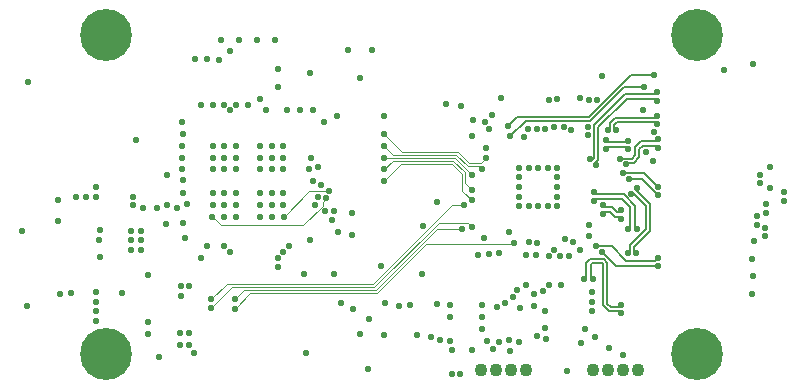
<source format=gbr>
G04 #@! TF.GenerationSoftware,KiCad,Pcbnew,5.1.5+dfsg1-2~bpo10+1*
G04 #@! TF.CreationDate,2020-03-09T15:40:36+01:00*
G04 #@! TF.ProjectId,SDI-bridge,5344492d-6272-4696-9467-652e6b696361,rev?*
G04 #@! TF.SameCoordinates,Original*
G04 #@! TF.FileFunction,Copper,L4,Inr*
G04 #@! TF.FilePolarity,Positive*
%FSLAX46Y46*%
G04 Gerber Fmt 4.6, Leading zero omitted, Abs format (unit mm)*
G04 Created by KiCad (PCBNEW 5.1.5+dfsg1-2~bpo10+1) date 2020-03-09 15:40:36*
%MOMM*%
%LPD*%
G04 APERTURE LIST*
%ADD10C,1.100000*%
%ADD11C,0.550000*%
%ADD12C,4.400000*%
%ADD13C,0.125000*%
%ADD14C,0.150000*%
G04 APERTURE END LIST*
D10*
X154000000Y-131400000D03*
X152730000Y-131400000D03*
X151460000Y-131400000D03*
X150190000Y-131400000D03*
X144500000Y-131400000D03*
X143230000Y-131400000D03*
X141960000Y-131400000D03*
X140690000Y-131400000D03*
D11*
X147195000Y-115077500D03*
X143945000Y-115077500D03*
X120000000Y-116400000D03*
X119000000Y-117400000D03*
X120000000Y-117400000D03*
D12*
X159000000Y-103000000D03*
X159000000Y-130000000D03*
D11*
X163720000Y-123450000D03*
X163700000Y-121960000D03*
X144370000Y-111629444D03*
X150995000Y-106465000D03*
X138245000Y-129715000D03*
X138245000Y-131715000D03*
X139995000Y-129715000D03*
X140825000Y-127885000D03*
X146115000Y-127855000D03*
X112545000Y-128295000D03*
X112545000Y-127305000D03*
X127400000Y-110400000D03*
X126300000Y-113400000D03*
X124300000Y-109400000D03*
X126500000Y-109400000D03*
X125400000Y-109400000D03*
X163700000Y-124940006D03*
X116430000Y-129920000D03*
X125890000Y-129930000D03*
X123500000Y-122650000D03*
X146438676Y-108522410D03*
X143900000Y-129020000D03*
X142220000Y-129020000D03*
X147990000Y-131470000D03*
X138940000Y-131700000D03*
X122005000Y-108405000D03*
X149885000Y-120015000D03*
X135265000Y-128445000D03*
X149775000Y-110785000D03*
X147825000Y-120275000D03*
X148515000Y-120565000D03*
X139925000Y-111575000D03*
X146250000Y-128750000D03*
X163810000Y-120450000D03*
X165210000Y-115970000D03*
X165210000Y-114210000D03*
X137020000Y-117150000D03*
X132220000Y-122550000D03*
X119974991Y-113400000D03*
X119974991Y-114400000D03*
X143070000Y-128854979D03*
X126649998Y-117400000D03*
X146382500Y-114265000D03*
X146382500Y-117515000D03*
X122000000Y-116400000D03*
X122000000Y-117400000D03*
X145200000Y-125950000D03*
X150400000Y-128600000D03*
X149500000Y-127900000D03*
X149905000Y-119095000D03*
X143985000Y-126155000D03*
X135825000Y-119210000D03*
X147170000Y-108420000D03*
X140035000Y-110195000D03*
X149200000Y-129084990D03*
X121989991Y-113394980D03*
X121989991Y-114400000D03*
X111100000Y-119600000D03*
D12*
X109000000Y-103000000D03*
X109000000Y-130000000D03*
D11*
X118000000Y-113400000D03*
X119000000Y-113400000D03*
X118000000Y-114400000D03*
X119000000Y-114400000D03*
X115500000Y-116400000D03*
X117505000Y-105065000D03*
X119505000Y-104365000D03*
X116505000Y-105065000D03*
X129495000Y-104315000D03*
X131495000Y-104325000D03*
X140785000Y-125905000D03*
X140775000Y-126895000D03*
X146495000Y-124145000D03*
X147495000Y-124145000D03*
X146100000Y-126400000D03*
X115300000Y-124300000D03*
X115300000Y-125100000D03*
X108500000Y-119500000D03*
X111300000Y-117400000D03*
X111300000Y-116700000D03*
X114100000Y-117400000D03*
X114100000Y-114900000D03*
X108100000Y-115900000D03*
X115500000Y-118900000D03*
X115400000Y-114400000D03*
X115400000Y-113400000D03*
X115400000Y-112400000D03*
X115400000Y-110400000D03*
X117000000Y-108900000D03*
X119000000Y-108900000D03*
X102390000Y-107000000D03*
X102320000Y-126000000D03*
X106020000Y-124890000D03*
X110330000Y-124849990D03*
X111900000Y-119600000D03*
X111100000Y-120400000D03*
X111900000Y-120400000D03*
X111100000Y-121200000D03*
X111900000Y-121200000D03*
X115700000Y-120200000D03*
X115834184Y-117357909D03*
X134715000Y-125845000D03*
X142775000Y-125670010D03*
X119000000Y-116410010D03*
X118000000Y-116410010D03*
X118000000Y-112400000D03*
X119000000Y-112400000D03*
X115500000Y-111400000D03*
X150100000Y-126390000D03*
X150100002Y-125600000D03*
X150120000Y-124760000D03*
X138100000Y-125900000D03*
X138100000Y-126900000D03*
X111500000Y-111900000D03*
X115500000Y-115250000D03*
X118500000Y-105100000D03*
X115000000Y-117650000D03*
X136965000Y-125815000D03*
X131165000Y-131275000D03*
X132475000Y-128425000D03*
X138095000Y-128905000D03*
X142100000Y-126020000D03*
X115980000Y-128280000D03*
X115970000Y-129300000D03*
X115200000Y-128285000D03*
X115200000Y-129300000D03*
X161260000Y-105950000D03*
X163790000Y-105450000D03*
X141250002Y-128950000D03*
X137245000Y-128815000D03*
X136485000Y-128605000D03*
X150570000Y-108520000D03*
X147195000Y-115890000D03*
X149885000Y-108485000D03*
X132500000Y-115400000D03*
X139954998Y-117015000D03*
X132500000Y-114400000D03*
X139944648Y-116118980D03*
X132500000Y-113400000D03*
X139935000Y-114825000D03*
X140820459Y-114392683D03*
X132500000Y-112400000D03*
X132500000Y-111400000D03*
X141109293Y-113458443D03*
X126205000Y-106205000D03*
X146940000Y-110803147D03*
X123500000Y-105900000D03*
X145445000Y-111005000D03*
X123500000Y-107400000D03*
X144735718Y-110973427D03*
X123000000Y-118400000D03*
X140494994Y-121610000D03*
X123000000Y-117400000D03*
X141370000Y-121570000D03*
X124000000Y-117400000D03*
X142245000Y-121465000D03*
X120000000Y-108900000D03*
X144815000Y-120515000D03*
X120245000Y-103400000D03*
X140950000Y-120170010D03*
X121000000Y-108900000D03*
X128500000Y-109900000D03*
X123250000Y-103400000D03*
X120000000Y-112400000D03*
X143405000Y-125195000D03*
X118750000Y-103400000D03*
X145500000Y-120660000D03*
X122000000Y-112400000D03*
X121750000Y-103400000D03*
X146940000Y-121190000D03*
X120000000Y-118400000D03*
X144495000Y-121610000D03*
X118000000Y-117400000D03*
X145360000Y-121620000D03*
X119500000Y-121400000D03*
X119900000Y-125400000D03*
X139080000Y-119400000D03*
X119000000Y-120900000D03*
X143495000Y-120625000D03*
X119855000Y-126200000D03*
X119000000Y-118400000D03*
X123500000Y-121900000D03*
X124000000Y-121400000D03*
X124500004Y-120900000D03*
X126250000Y-120400000D03*
X128620000Y-119680000D03*
X128125000Y-118670000D03*
X128250000Y-117900000D03*
X127505000Y-117950000D03*
X127175000Y-115745000D03*
X126500000Y-115400006D03*
X126180000Y-114390000D03*
X129765022Y-119915992D03*
X124000000Y-112400000D03*
X129840004Y-118090000D03*
X124003705Y-118396295D03*
X127875000Y-116220000D03*
X147710000Y-110790000D03*
X124000000Y-116400000D03*
X130495000Y-128365000D03*
X124000000Y-114400000D03*
X131245000Y-127065000D03*
X124000000Y-113400000D03*
X147410000Y-121740000D03*
X123000000Y-116400000D03*
X133795000Y-125965000D03*
X123000000Y-114400000D03*
X128245000Y-123215000D03*
X123000000Y-113400000D03*
X143075000Y-119685000D03*
X123000000Y-112400000D03*
X148145000Y-121740000D03*
X117000000Y-121900000D03*
X117900000Y-126100000D03*
X139980000Y-119280000D03*
X141115000Y-112595000D03*
X127595000Y-116850000D03*
X117974991Y-118400000D03*
X146495000Y-121740000D03*
X117502882Y-120897118D03*
X112140000Y-117660000D03*
X108100000Y-116700000D03*
X105100000Y-124900000D03*
X104900000Y-118800000D03*
X104900000Y-117000000D03*
X106399994Y-116700000D03*
X107300000Y-116700000D03*
X108100000Y-124800000D03*
X108099998Y-125600000D03*
X108100000Y-126400000D03*
X108100000Y-127200000D03*
X147195000Y-116702500D03*
X149065000Y-108375000D03*
X143945000Y-117515000D03*
X142374390Y-108326615D03*
X117900000Y-125400000D03*
X139250000Y-117440000D03*
X141730000Y-129560000D03*
X155365000Y-106425000D03*
X155365000Y-111185000D03*
X143015000Y-110735000D03*
X154495000Y-107425000D03*
X143145000Y-111605000D03*
X155280000Y-113670000D03*
X143187118Y-129804999D03*
X154415000Y-109355000D03*
X128895000Y-125670010D03*
X151600883Y-129530883D03*
X152730000Y-130080004D03*
X129875000Y-126235000D03*
X154730000Y-112960000D03*
X164310000Y-114837500D03*
X164310000Y-115562500D03*
X166390000Y-116337500D03*
X166390000Y-117062500D03*
X164840000Y-117337500D03*
X164840000Y-118062500D03*
X164060000Y-118337500D03*
X164060000Y-119062500D03*
X164810000Y-119337500D03*
X164810000Y-120062500D03*
X114090000Y-119010000D03*
X152565000Y-118566250D03*
X151025000Y-118131250D03*
X152565000Y-117853750D03*
X151025000Y-117418750D03*
X150305000Y-117058750D03*
X153188750Y-119405000D03*
X150305000Y-116346250D03*
X153901250Y-119405000D03*
X150996907Y-121376907D03*
X155730008Y-122566250D03*
X150493093Y-120873093D03*
X155730008Y-121853750D03*
X153168750Y-121495000D03*
X153443093Y-116496907D03*
X153881250Y-121495000D03*
X153946907Y-115993093D03*
X152605000Y-126566250D03*
X150181250Y-123705000D03*
X152605000Y-125853750D03*
X149468750Y-123705000D03*
X155665000Y-108566250D03*
X150476907Y-114036907D03*
X155665000Y-107853750D03*
X149973093Y-113533093D03*
X155655000Y-110566250D03*
X152181250Y-111085000D03*
X155655000Y-109853750D03*
X151468750Y-111085000D03*
X155695000Y-112566250D03*
X152976907Y-113976907D03*
X155695000Y-111853750D03*
X152473093Y-113473093D03*
X151265000Y-112656250D03*
X153135000Y-112661250D03*
X151265000Y-111943750D03*
X153135000Y-111948750D03*
X153216907Y-115166907D03*
X155730008Y-116566250D03*
X152713093Y-114663093D03*
X155730008Y-115853750D03*
X145500000Y-128470000D03*
X108450000Y-121850000D03*
X108400000Y-120350000D03*
X101900000Y-119600000D03*
X141635000Y-109805000D03*
X122000000Y-118400000D03*
X118000000Y-108900000D03*
X122500000Y-109400000D03*
X126900000Y-114200000D03*
X146000000Y-124700000D03*
X143800000Y-124600000D03*
X144500000Y-124200000D03*
X113250000Y-117700000D03*
X113500000Y-130250000D03*
X116000000Y-124250000D03*
X145205000Y-124965000D03*
X126895000Y-116710000D03*
X125720000Y-123260000D03*
X135730000Y-123250000D03*
X149750000Y-111500000D03*
X148345000Y-111075000D03*
X149145000Y-121255000D03*
X137755000Y-108845000D03*
X119500000Y-109400000D03*
X143945000Y-114265000D03*
X144757500Y-114265000D03*
X144757500Y-117515000D03*
X143945000Y-116702500D03*
X145570000Y-114265000D03*
X141385000Y-110945000D03*
X141075000Y-110345000D03*
X132590000Y-125700000D03*
X112500000Y-123300000D03*
X146137273Y-110970868D03*
X130500000Y-106680010D03*
X132500000Y-109900000D03*
X139055000Y-109035000D03*
X147195000Y-114265000D03*
X145570000Y-117515000D03*
X147195000Y-117515000D03*
X143945000Y-115890000D03*
D13*
X139129999Y-116190001D02*
X139954998Y-117015000D01*
X139129999Y-114749999D02*
X139129999Y-116190001D01*
X138290000Y-113910000D02*
X139129999Y-114749999D01*
X133980000Y-113910000D02*
X138290000Y-113910000D01*
X132500000Y-115390000D02*
X133980000Y-113910000D01*
X132500000Y-115400000D02*
X132500000Y-115390000D01*
X138393557Y-113659989D02*
X139380010Y-114646442D01*
X139669649Y-115843981D02*
X139944648Y-116118980D01*
X132500000Y-114400000D02*
X133240011Y-113659989D01*
X139380010Y-115554342D02*
X139669649Y-115843981D01*
X139380010Y-114646442D02*
X139380010Y-115554342D01*
X133240011Y-113659989D02*
X138393557Y-113659989D01*
X132888930Y-113400022D02*
X138510022Y-113400022D01*
X139660001Y-114550001D02*
X139935000Y-114825000D01*
X132888908Y-113400000D02*
X132888930Y-113400022D01*
X138510022Y-113400022D02*
X139660001Y-114550001D01*
X132500000Y-113400000D02*
X132888908Y-113400000D01*
X140545460Y-114117684D02*
X140820459Y-114392683D01*
X133260011Y-113150011D02*
X138630011Y-113150011D01*
X132510000Y-112400000D02*
X133260011Y-113150011D01*
X139597684Y-114117684D02*
X140545460Y-114117684D01*
X138630011Y-113150011D02*
X139597684Y-114117684D01*
X132500000Y-112400000D02*
X132510000Y-112400000D01*
X132510000Y-111400000D02*
X134010000Y-112900000D01*
X132500000Y-111400000D02*
X132510000Y-111400000D01*
X138800000Y-112900000D02*
X139740000Y-113840000D01*
X140727736Y-113840000D02*
X141109293Y-113458443D01*
X134010000Y-112900000D02*
X138800000Y-112900000D01*
X139740000Y-113840000D02*
X140727736Y-113840000D01*
X139080000Y-119400000D02*
X137026432Y-119400000D01*
X131806443Y-124619989D02*
X120680011Y-124619989D01*
X120174999Y-125125001D02*
X119900000Y-125400000D01*
X137026432Y-119400000D02*
X131806443Y-124619989D01*
X120680011Y-124619989D02*
X120174999Y-125125001D01*
X121185000Y-124870000D02*
X119855000Y-126200000D01*
X131910000Y-124870000D02*
X121185000Y-124870000D01*
X136090000Y-120690000D02*
X131910000Y-124870000D01*
X143430000Y-120690000D02*
X136090000Y-120690000D01*
X143495000Y-120625000D02*
X143430000Y-120690000D01*
X126180000Y-116220000D02*
X124003705Y-118396295D01*
X127875000Y-116220000D02*
X126180000Y-116220000D01*
X119630022Y-124369978D02*
X118174999Y-125825001D01*
X118174999Y-125825001D02*
X117900000Y-126100000D01*
X131702886Y-124369978D02*
X119630022Y-124369978D01*
X137152864Y-118920000D02*
X131702886Y-124369978D01*
X139620000Y-118920000D02*
X137152864Y-118920000D01*
X139980000Y-119280000D02*
X139620000Y-118920000D01*
X118249990Y-118674999D02*
X117974991Y-118400000D01*
X118714991Y-119140000D02*
X118249990Y-118674999D01*
X127595000Y-116850000D02*
X127320001Y-117124999D01*
X125630000Y-119140000D02*
X118714991Y-119140000D01*
X127320001Y-117449999D02*
X125630000Y-119140000D01*
X127320001Y-117124999D02*
X127320001Y-117449999D01*
X117900000Y-125400000D02*
X119180033Y-124119967D01*
X119180033Y-124119967D02*
X131580033Y-124119967D01*
X138861092Y-117440000D02*
X139250000Y-117440000D01*
X131580033Y-124119967D02*
X138260000Y-117440000D01*
X138260000Y-117440000D02*
X138861092Y-117440000D01*
D14*
X149860000Y-109960000D02*
X153395000Y-106425000D01*
X153395000Y-106425000D02*
X155365000Y-106425000D01*
X143015000Y-110735000D02*
X143790000Y-109960000D01*
X143790000Y-109960000D02*
X149860000Y-109960000D01*
X149970000Y-110270000D02*
X152815000Y-107425000D01*
X144500000Y-110270000D02*
X149970000Y-110270000D01*
X152815000Y-107425000D02*
X154495000Y-107425000D01*
X143145000Y-111605000D02*
X143165000Y-111605000D01*
X143165000Y-111605000D02*
X144500000Y-110270000D01*
X152396250Y-118397500D02*
X152072334Y-118397500D01*
X152565000Y-118566250D02*
X152396250Y-118397500D01*
X152072334Y-118397500D02*
X151637334Y-117962500D01*
X151193750Y-117962500D02*
X151025000Y-118131250D01*
X151637334Y-117962500D02*
X151193750Y-117962500D01*
X152565000Y-117853750D02*
X152396250Y-118022500D01*
X152396250Y-118022500D02*
X152227666Y-118022500D01*
X151193750Y-117587500D02*
X151025000Y-117418750D01*
X152227666Y-118022500D02*
X151792666Y-117587500D01*
X151792666Y-117587500D02*
X151193750Y-117587500D01*
X153357500Y-119236250D02*
X153188750Y-119405000D01*
X152634834Y-116890000D02*
X153357500Y-117612666D01*
X150473750Y-116890000D02*
X152634834Y-116890000D01*
X150305000Y-117058750D02*
X150473750Y-116890000D01*
X153357500Y-117612666D02*
X153357500Y-119236250D01*
X153732500Y-119236250D02*
X153901250Y-119405000D01*
X153732500Y-117457334D02*
X153732500Y-119236250D01*
X150473750Y-116515000D02*
X152790166Y-116515000D01*
X152790166Y-116515000D02*
X153732500Y-117457334D01*
X150305000Y-116346250D02*
X150473750Y-116515000D01*
X152186250Y-122566250D02*
X155730008Y-122566250D01*
X150996907Y-121376907D02*
X152186250Y-122566250D01*
X150493093Y-120873093D02*
X151778259Y-120873093D01*
X153033915Y-122128749D02*
X155455009Y-122128749D01*
X155455009Y-122128749D02*
X155730008Y-121853750D01*
X151778259Y-120873093D02*
X153033915Y-122128749D01*
X153337500Y-120807334D02*
X153337500Y-121326250D01*
X154677500Y-119467334D02*
X153337500Y-120807334D01*
X153337500Y-121326250D02*
X153168750Y-121495000D01*
X154677500Y-117492666D02*
X153681741Y-116496907D01*
X154677500Y-119467334D02*
X154677500Y-117492666D01*
X153681741Y-116496907D02*
X153443093Y-116496907D01*
X153712500Y-121326250D02*
X153881250Y-121495000D01*
X155052500Y-119622666D02*
X153712500Y-120962666D01*
X153712500Y-120962666D02*
X153712500Y-121326250D01*
X153946907Y-116231741D02*
X153946907Y-115993093D01*
X155052500Y-119622666D02*
X155052500Y-117337334D01*
X155052500Y-117337334D02*
X153946907Y-116231741D01*
X150012500Y-122472666D02*
X150142666Y-122342500D01*
X150142666Y-122342500D02*
X150947334Y-122342500D01*
X150947334Y-122342500D02*
X151047500Y-122442666D01*
X151047500Y-122442666D02*
X151047500Y-125912666D01*
X151047500Y-125912666D02*
X151532334Y-126397500D01*
X152436250Y-126397500D02*
X152605000Y-126566250D01*
X151532334Y-126397500D02*
X152436250Y-126397500D01*
X150012500Y-122472666D02*
X150012500Y-123536250D01*
X150012500Y-123536250D02*
X150181250Y-123705000D01*
X149637500Y-122317334D02*
X149987334Y-121967500D01*
X149987334Y-121967500D02*
X151102666Y-121967500D01*
X151102666Y-121967500D02*
X151422500Y-122287334D01*
X151422500Y-122287334D02*
X151422500Y-125757334D01*
X151422500Y-125757334D02*
X151687666Y-126022500D01*
X151687666Y-126022500D02*
X152436250Y-126022500D01*
X152436250Y-126022500D02*
X152605000Y-125853750D01*
X149637500Y-122317334D02*
X149637500Y-123536250D01*
X149637500Y-123536250D02*
X149468750Y-123705000D01*
X153067666Y-108397500D02*
X150662500Y-110802666D01*
X155496250Y-108397500D02*
X153067666Y-108397500D01*
X155665000Y-108566250D02*
X155496250Y-108397500D01*
X150662500Y-113612666D02*
X150476907Y-113798259D01*
X150662500Y-110802666D02*
X150662500Y-113612666D01*
X150476907Y-113798259D02*
X150476907Y-114036907D01*
X152912334Y-108022500D02*
X150287500Y-110647334D01*
X155496250Y-108022500D02*
X152912334Y-108022500D01*
X155665000Y-107853750D02*
X155496250Y-108022500D01*
X150211741Y-113533093D02*
X149973093Y-113533093D01*
X150287500Y-110647334D02*
X150287500Y-113457334D01*
X150287500Y-113457334D02*
X150211741Y-113533093D01*
X152012500Y-110916250D02*
X152181250Y-111085000D01*
X152012500Y-110632666D02*
X152012500Y-110916250D01*
X152247666Y-110397500D02*
X152012500Y-110632666D01*
X155486250Y-110397500D02*
X152247666Y-110397500D01*
X155655000Y-110566250D02*
X155486250Y-110397500D01*
X151637500Y-110477334D02*
X151637500Y-110916250D01*
X151637500Y-110916250D02*
X151468750Y-111085000D01*
X155655000Y-109853750D02*
X155486250Y-110022500D01*
X155486250Y-110022500D02*
X152092334Y-110022500D01*
X152092334Y-110022500D02*
X151637500Y-110477334D01*
X153105721Y-113848093D02*
X152976907Y-113976907D01*
X153657073Y-113848093D02*
X153105721Y-113848093D01*
X154142500Y-112682666D02*
X154142500Y-113362666D01*
X154427666Y-112397500D02*
X154142500Y-112682666D01*
X154142500Y-113362666D02*
X153657073Y-113848093D01*
X155526250Y-112397500D02*
X154427666Y-112397500D01*
X155695000Y-112566250D02*
X155526250Y-112397500D01*
X153105721Y-113473093D02*
X152473093Y-113473093D01*
X153501741Y-113473093D02*
X153105721Y-113473093D01*
X153767500Y-113207334D02*
X153501741Y-113473093D01*
X155695000Y-111853750D02*
X155526250Y-112022500D01*
X155526250Y-112022500D02*
X154272334Y-112022500D01*
X153767500Y-112527334D02*
X153767500Y-113207334D01*
X154272334Y-112022500D02*
X153767500Y-112527334D01*
X151433750Y-112487500D02*
X151265000Y-112656250D01*
X153135000Y-112661250D02*
X152961250Y-112487500D01*
X152961250Y-112487500D02*
X151433750Y-112487500D01*
X151433750Y-112112500D02*
X151265000Y-111943750D01*
X153135000Y-111948750D02*
X152971250Y-112112500D01*
X152971250Y-112112500D02*
X151433750Y-112112500D01*
X154330665Y-115166907D02*
X155730008Y-116566250D01*
X153216907Y-115166907D02*
X154330665Y-115166907D01*
X154539351Y-114663093D02*
X155730008Y-115853750D01*
X152713093Y-114663093D02*
X154539351Y-114663093D01*
M02*

</source>
